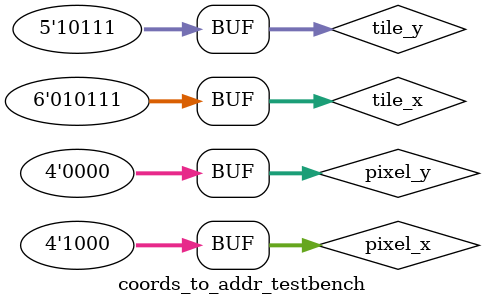
<source format=v>
`timescale 1ns / 1ps


module coords_to_addr_testbench();
 
    reg [5:0] tile_x;
    reg [4:0] tile_y;
    wire [10:0] disp_addr;
    
    reg [3:0] pixel_x;
    reg [3:0] pixel_y;
    wire [7:0] pixel_addr;
    

    tile_coords_to_addr tile(
    tile_x,
    tile_y,
    disp_addr
    );

    pixel_coords_to_addr pixel(
    pixel_x,
    pixel_y,
    pixel_addr
    );

    initial begin
        tile_x = 0;
        tile_y = 0;
        pixel_x = 0;
        pixel_y = 0;
        #10
        tile_x = 1;
        pixel_x = 1;
        #10
        tile_y = 29;
        tile_x = 39;
        pixel_x = 15;
        pixel_y = 15;
        #10
        tile_x = 12;
        tile_y = 10;
        pixel_x = 4;
        pixel_y = 10;
        #10
        pixel_x = 8;
        pixel_y = 0;
        tile_x = 23;
        tile_y = 23;
    end

endmodule

</source>
